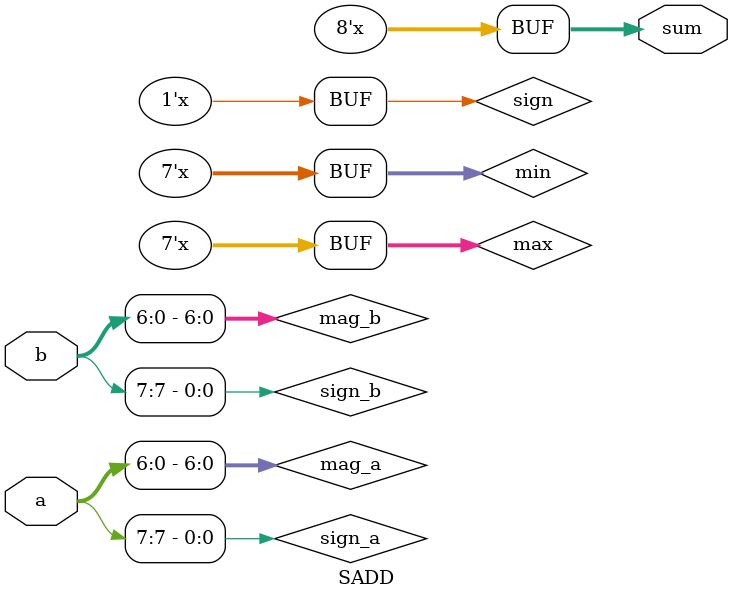
<source format=v>
`timescale 1ns / 1ps

module SADD #(parameter DATAWIDTH = 8)(a, b, sum);
    input [DATAWIDTH-1:0] a, b;
    output reg [DATAWIDTH-1:0] sum;
    
    //Implementing the Sign and Magnitude Intermediates
    reg sign_a, sign_b, sign_sum;
    reg [DATAWIDTH-2:0] mag_a, mag_b, mag_sum, max, min;
    
    always @(a, b) begin
        mag_a <= a[DATAWIDTH-2:0];
        mag_b <= b[DATAWIDTH-2:0];
        sign_a <= a[DATAWIDTH-1];
        sign_b <= b[DATAWIDTH-1];
        
        if (mag_a>mag_b) begin
            max <= mag_a;
            min <= mag_b;
            sign <= sign_a;
        end
        else begin
            max <= mag_b;
            min <= mag_a;
            sign <=sign_b;
        end
        if (sign_a==sign_b)begin
            sum[DATAWIDTH-2:0] <=  max + min;
        end
        else begin
            sum[DATAWIDTH-2:0] <=  max - min;
        end
        sum[DATAWIDTH-1:0]<={sign,sum[DATAWIDTH-2:0]};
    end
endmodule

</source>
